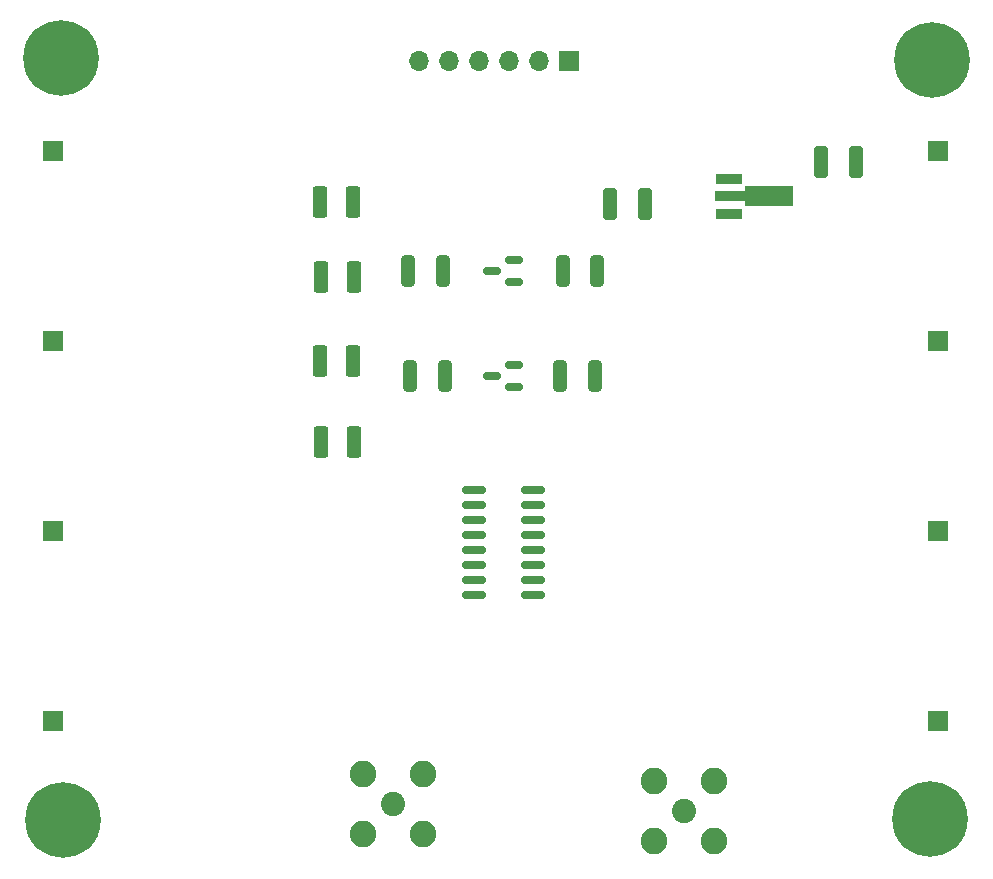
<source format=gbr>
G04 #@! TF.GenerationSoftware,KiCad,Pcbnew,7.0.5-0*
G04 #@! TF.CreationDate,2023-07-23T12:14:28-07:00*
G04 #@! TF.ProjectId,switched-bandpass-filter,73776974-6368-4656-942d-62616e647061,v1.0*
G04 #@! TF.SameCoordinates,Original*
G04 #@! TF.FileFunction,Soldermask,Top*
G04 #@! TF.FilePolarity,Negative*
%FSLAX46Y46*%
G04 Gerber Fmt 4.6, Leading zero omitted, Abs format (unit mm)*
G04 Created by KiCad (PCBNEW 7.0.5-0) date 2023-07-23 12:14:28*
%MOMM*%
%LPD*%
G01*
G04 APERTURE LIST*
G04 Aperture macros list*
%AMRoundRect*
0 Rectangle with rounded corners*
0 $1 Rounding radius*
0 $2 $3 $4 $5 $6 $7 $8 $9 X,Y pos of 4 corners*
0 Add a 4 corners polygon primitive as box body*
4,1,4,$2,$3,$4,$5,$6,$7,$8,$9,$2,$3,0*
0 Add four circle primitives for the rounded corners*
1,1,$1+$1,$2,$3*
1,1,$1+$1,$4,$5*
1,1,$1+$1,$6,$7*
1,1,$1+$1,$8,$9*
0 Add four rect primitives between the rounded corners*
20,1,$1+$1,$2,$3,$4,$5,0*
20,1,$1+$1,$4,$5,$6,$7,0*
20,1,$1+$1,$6,$7,$8,$9,0*
20,1,$1+$1,$8,$9,$2,$3,0*%
%AMFreePoly0*
4,1,9,5.362500,-0.866500,1.237500,-0.866500,1.237500,-0.450000,-1.237500,-0.450000,-1.237500,0.450000,1.237500,0.450000,1.237500,0.866500,5.362500,0.866500,5.362500,-0.866500,5.362500,-0.866500,$1*%
G04 Aperture macros list end*
%ADD10C,2.050000*%
%ADD11C,2.250000*%
%ADD12R,1.700000X1.700000*%
%ADD13RoundRect,0.250000X-0.312500X-1.075000X0.312500X-1.075000X0.312500X1.075000X-0.312500X1.075000X0*%
%ADD14O,1.700000X1.700000*%
%ADD15C,0.800000*%
%ADD16C,6.400000*%
%ADD17RoundRect,0.250000X0.375000X1.075000X-0.375000X1.075000X-0.375000X-1.075000X0.375000X-1.075000X0*%
%ADD18RoundRect,0.250000X-0.375000X-1.075000X0.375000X-1.075000X0.375000X1.075000X-0.375000X1.075000X0*%
%ADD19RoundRect,0.150000X-0.825000X-0.150000X0.825000X-0.150000X0.825000X0.150000X-0.825000X0.150000X0*%
%ADD20RoundRect,0.250000X0.325000X1.100000X-0.325000X1.100000X-0.325000X-1.100000X0.325000X-1.100000X0*%
%ADD21RoundRect,0.150000X0.587500X0.150000X-0.587500X0.150000X-0.587500X-0.150000X0.587500X-0.150000X0*%
%ADD22R,2.300000X0.900000*%
%ADD23FreePoly0,0.000000*%
%ADD24RoundRect,0.250000X-0.325000X-1.100000X0.325000X-1.100000X0.325000X1.100000X-0.325000X1.100000X0*%
G04 APERTURE END LIST*
D10*
X144907000Y-128270000D03*
D11*
X142367000Y-125730000D03*
X142367000Y-130810000D03*
X147447000Y-125730000D03*
X147447000Y-130810000D03*
D12*
X91440000Y-72390000D03*
X91440000Y-104563300D03*
D13*
X134620000Y-82550000D03*
X137545000Y-82550000D03*
D12*
X135128000Y-64770000D03*
D14*
X132588000Y-64770000D03*
X130048000Y-64770000D03*
X127508000Y-64770000D03*
X124968000Y-64770000D03*
X122428000Y-64770000D03*
D13*
X121727500Y-91440000D03*
X124652500Y-91440000D03*
D15*
X89929000Y-129032000D03*
X90631944Y-127334944D03*
X90631944Y-130729056D03*
X92329000Y-126632000D03*
D16*
X92329000Y-129032000D03*
D15*
X92329000Y-131432000D03*
X94026056Y-127334944D03*
X94026056Y-130729056D03*
X94729000Y-129032000D03*
D17*
X116970000Y-83030000D03*
X114170000Y-83030000D03*
D18*
X114040000Y-76680000D03*
X116840000Y-76680000D03*
D17*
X116840000Y-90170000D03*
X114040000Y-90170000D03*
D19*
X127130000Y-101110000D03*
X127130000Y-102380000D03*
X127130000Y-103650000D03*
X127130000Y-104920000D03*
X127130000Y-106190000D03*
X127130000Y-107460000D03*
X127130000Y-108730000D03*
X127130000Y-110000000D03*
X132080000Y-110000000D03*
X132080000Y-108730000D03*
X132080000Y-107460000D03*
X132080000Y-106190000D03*
X132080000Y-104920000D03*
X132080000Y-103650000D03*
X132080000Y-102380000D03*
X132080000Y-101110000D03*
D18*
X114170000Y-97000000D03*
X116970000Y-97000000D03*
D10*
X120269000Y-127635000D03*
D11*
X117729000Y-125095000D03*
X117729000Y-130175000D03*
X122809000Y-125095000D03*
X122809000Y-130175000D03*
D12*
X166370000Y-88476700D03*
D13*
X121535000Y-82550000D03*
X124460000Y-82550000D03*
D20*
X141556000Y-76835000D03*
X138606000Y-76835000D03*
D12*
X166370000Y-72390000D03*
D15*
X163462000Y-64643000D03*
X164164944Y-62945944D03*
X164164944Y-66340056D03*
X165862000Y-62243000D03*
D16*
X165862000Y-64643000D03*
D15*
X165862000Y-67043000D03*
X167559056Y-62945944D03*
X167559056Y-66340056D03*
X168262000Y-64643000D03*
D21*
X130477500Y-92390000D03*
X130477500Y-90490000D03*
X128602500Y-91440000D03*
D15*
X163348000Y-128905000D03*
X164050944Y-127207944D03*
X164050944Y-130602056D03*
X165748000Y-126505000D03*
D16*
X165748000Y-128905000D03*
D15*
X165748000Y-131305000D03*
X167445056Y-127207944D03*
X167445056Y-130602056D03*
X168148000Y-128905000D03*
D12*
X166370000Y-120650000D03*
D22*
X148680000Y-74700000D03*
D23*
X148767500Y-76200000D03*
D22*
X148680000Y-77700000D03*
D12*
X91440000Y-120650000D03*
D15*
X89789000Y-64516000D03*
X90491944Y-62818944D03*
X90491944Y-66213056D03*
X92189000Y-62116000D03*
D16*
X92189000Y-64516000D03*
D15*
X92189000Y-66916000D03*
X93886056Y-62818944D03*
X93886056Y-66213056D03*
X94589000Y-64516000D03*
D13*
X134427500Y-91440000D03*
X137352500Y-91440000D03*
D24*
X156513000Y-73279000D03*
X159463000Y-73279000D03*
D12*
X91440000Y-88476700D03*
D21*
X130477500Y-83500000D03*
X130477500Y-81600000D03*
X128602500Y-82550000D03*
D12*
X166370000Y-104563300D03*
M02*

</source>
